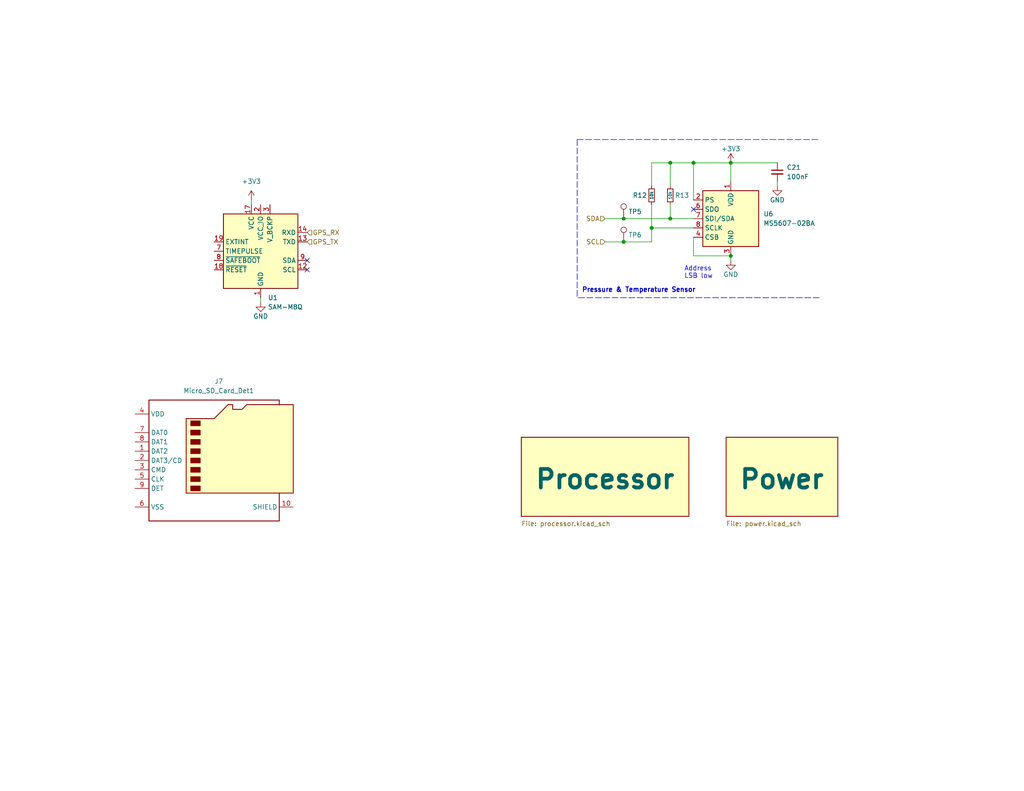
<source format=kicad_sch>
(kicad_sch (version 20230121) (generator eeschema)
  (paper "USLetter")
  (title_block (title "Terminator") (date "2023-07-28") (rev "T1000") (company "BPP"))
  (lib_symbols
    (symbol "Connector:Micro_SD_Card_Det1"
      (property "Reference" "J2" (at 0.635 20.32 0))
      (property "Value" "Micro_SD_Card_Det1" (at 0.635 17.78 0))
      (symbol "Micro_SD_Card_Det1_0_1"
        (rectangle (start -7.62 -6.985) (end -5.08 -8.255) (stroke (width 0.254)) (fill (type outline)))
        (rectangle (start -7.62 -4.445) (end -5.08 -5.715) (stroke (width 0.254)) (fill (type outline)))
        (rectangle (start -7.62 -1.905) (end -5.08 -3.175) (stroke (width 0.254)) (fill (type outline)))
        (rectangle (start -7.62 0.635) (end -5.08 -0.635) (stroke (width 0.254)) (fill (type outline)))
        (rectangle (start -7.62 3.175) (end -5.08 1.905) (stroke (width 0.254)) (fill (type outline)))
        (rectangle (start -7.62 5.715) (end -5.08 4.445) (stroke (width 0.254)) (fill (type outline)))
        (rectangle (start -7.62 8.255) (end -5.08 6.985) (stroke (width 0.254)) (fill (type outline)))
        (rectangle (start -7.62 10.795) (end -5.08 9.525) (stroke (width 0.254)) (fill (type outline)))
        (polyline (pts (xy 16.51 15.24) (xy 16.51 16.51) (xy -19.05 16.51) (xy -19.05 -16.51) (xy 16.51 -16.51) (xy 16.51 -8.89)) (stroke (width 0.254)))
        (polyline (pts (xy -8.89 -8.89) (xy -8.89 11.43) (xy -1.27 11.43) (xy 2.54 15.24) (xy 3.81 15.24) (xy 3.81 13.97) (xy 6.35 13.97) (xy 7.62 15.24) (xy 20.32 15.24) (xy 20.32 -8.89) (xy -8.89 -8.89)) (stroke (width 0.254)) (fill (type background)))
      )
      (symbol "Micro_SD_Card_Det1_1_1"
        (pin bidirectional line (at -22.86 2.54 0) (length 3.81) (name "DAT2") (number "1"))
        (pin passive line (at 20.32 -12.7 180) (length 3.81) (name "SHIELD") (number "10"))
        (pin bidirectional line (at -22.86 0 0) (length 3.81) (name "DAT3/CD") (number "2"))
        (pin input line (at -22.86 -2.54 0) (length 3.81) (name "CMD") (number "3"))
        (pin power_in line (at -22.86 12.7 0) (length 3.81) (name "VDD") (number "4"))
        (pin input line (at -22.86 -5.08 0) (length 3.81) (name "CLK") (number "5"))
        (pin power_in line (at -22.86 -12.7 0) (length 3.81) (name "VSS") (number "6"))
        (pin bidirectional line (at -22.86 7.62 0) (length 3.81) (name "DAT0") (number "7"))
        (pin bidirectional line (at -22.86 5.08 0) (length 3.81) (name "DAT1") (number "8"))
        (pin passive line (at -22.86 -7.62 0) (length 3.81) (name "DET") (number "9"))
      )
    )
    (symbol "Connector:TestPoint" (pin_numbers hide) (pin_names (offset 0.762) hide)
      (property "Reference" "TP" (at 0 6.858 0))
      (property "Value" "TestPoint" (at 0 5.08 0))
      (symbol "TestPoint_0_1"
        (circle (center 0 3.302) (radius 0.762))
      )
      (symbol "TestPoint_1_1"
        (pin passive line (at 0 0 90) (length 2.54) (name "1") (number "1"))
      )
    )
    (symbol "Device:C_Small" (pin_numbers hide) (pin_names (offset 0.254) hide)
      (property "Reference" "C" (at 0.254 1.778 0))
      (property "Value" "C_Small" (at 0.254 -2.032 0))
      (symbol "C_Small_0_1"
        (polyline (pts (xy -1.524 -0.508) (xy 1.524 -0.508)) (stroke (width 0.3302)))
        (polyline (pts (xy -1.524 0.508) (xy 1.524 0.508)) (stroke (width 0.3048)))
      )
      (symbol "C_Small_1_1"
        (pin passive line (at 0 2.54 270) (length 2.032) (name "~") (number "1"))
        (pin passive line (at 0 -2.54 90) (length 2.032) (name "~") (number "2"))
      )
    )
    (symbol "Device:R_Small" (pin_numbers hide) (pin_names (offset 0.254) hide)
      (property "Reference" "R" (at 0.762 0.508 0))
      (property "Value" "R_Small" (at 0.762 -1.016 0))
      (symbol "R_Small_0_1"
        (rectangle (start -0.762 1.778) (end 0.762 -1.778) (stroke (width 0.2032)))
      )
      (symbol "R_Small_1_1"
        (pin passive line (at 0 2.54 270) (length 0.762) (name "~") (number "1"))
        (pin passive line (at 0 -2.54 90) (length 0.762) (name "~") (number "2"))
      )
    )
    (symbol "GND_1" (power) (pin_names (offset 0))
      (property "Value" "GND_1" (at 0 -3.81 0))
      (symbol "GND_1_0_1"
        (polyline (pts (xy 0 0) (xy 0 -1.27) (xy 1.27 -1.27) (xy 0 -2.54) (xy -1.27 -1.27) (xy 0 -1.27)))
      )
      (symbol "GND_1_1_1"
        (pin power_in line (at 0 0 270) (length 0) hide (name "GND") (number "1"))
      )
    )
    (symbol "RF_GPS:SAM-M8Q"
      (property "Reference" "U" (at -8.89 11.43 0))
      (property "Value" "SAM-M8Q" (at 8.89 11.43 0))
      (symbol "SAM-M8Q_0_1"
        (rectangle (start -10.16 10.16) (end 10.16 -10.16) (stroke (width 0.254)) (fill (type background)))
      )
      (symbol "SAM-M8Q_1_1"
        (pin power_in line (at 0 -12.7 90) (length 2.54) (name "GND") (number "1"))
        (pin passive line (at 0 -12.7 90) (length 2.54) hide (name "GND") (number "10"))
        (pin passive line (at 0 -12.7 90) (length 2.54) hide (name "GND") (number "11"))
        (pin input line (at 12.7 -5.08 180) (length 2.54) (name "SCL") (number "12"))
        (pin output line (at 12.7 2.54 180) (length 2.54) (name "TXD") (number "13"))
        (pin input line (at 12.7 5.08 180) (length 2.54) (name "RXD") (number "14"))
        (pin passive line (at 0 -12.7 90) (length 2.54) hide (name "GND") (number "15"))
        (pin passive line (at 0 -12.7 90) (length 2.54) hide (name "GND") (number "16"))
        (pin power_in line (at -2.54 12.7 270) (length 2.54) (name "VCC") (number "17"))
        (pin input line (at -12.7 -5.08 0) (length 2.54) (name "~{RESET}") (number "18"))
        (pin input line (at -12.7 2.54 0) (length 2.54) (name "EXTINT") (number "19"))
        (pin power_in line (at 0 12.7 270) (length 2.54) (name "VCC_IO") (number "2"))
        (pin passive line (at 0 -12.7 90) (length 2.54) hide (name "GND") (number "20"))
        (pin power_in line (at 2.54 12.7 270) (length 2.54) (name "V_BCKP") (number "3"))
        (pin passive line (at 0 -12.7 90) (length 2.54) hide (name "GND") (number "4"))
        (pin passive line (at 0 -12.7 90) (length 2.54) hide (name "GND") (number "5"))
        (pin passive line (at 0 -12.7 90) (length 2.54) hide (name "GND") (number "6"))
        (pin output line (at -12.7 0 0) (length 2.54) (name "TIMEPULSE") (number "7"))
        (pin input line (at -12.7 -2.54 0) (length 2.54) (name "~{SAFEBOOT}") (number "8"))
        (pin bidirectional line (at 12.7 -2.54 180) (length 2.54) (name "SDA") (number "9"))
      )
    )
    (symbol "Sensor_Pressure:MS5607-02BA"
      (property "Reference" "U" (at -6.35 8.89 0))
      (property "Value" "MS5607-02BA" (at 7.62 8.89 0))
      (symbol "MS5607-02BA_0_1"
        (rectangle (start -7.62 7.62) (end 7.62 -7.62) (stroke (width 0.254)) (fill (type background)))
      )
      (symbol "MS5607-02BA_1_1"
        (pin power_in line (at 0 10.16 270) (length 2.54) (name "VDD") (number "1"))
        (pin input line (at -10.16 5.08 0) (length 2.54) (name "PS") (number "2"))
        (pin power_in line (at 0 -10.16 90) (length 2.54) (name "GND") (number "3"))
        (pin input line (at -10.16 -5.08 0) (length 2.54) (name "CSB") (number "4"))
        (pin input line (at -10.16 -5.08 0) (length 2.54) hide (name "CSB") (number "5"))
        (pin output line (at -10.16 2.54 0) (length 2.54) (name "SDO") (number "6"))
        (pin bidirectional line (at -10.16 0 0) (length 2.54) (name "SDI/SDA") (number "7"))
        (pin input line (at -10.16 -2.54 0) (length 2.54) (name "SCLK") (number "8"))
      )
    )
    (symbol "power:+3V3" (power) (pin_names (offset 0))
      (property "Value" "+3V3" (at 0 3.556 0))
      (symbol "+3V3_0_1"
        (polyline (pts (xy -0.762 1.27) (xy 0 2.54)))
        (polyline (pts (xy 0 0) (xy 0 2.54)))
        (polyline (pts (xy 0 2.54) (xy 0.762 1.27)))
      )
      (symbol "+3V3_1_1"
        (pin power_in line (at 0 0 90) (length 0) hide (name "+3V3") (number "1"))
      )
    )
    (symbol "power:GND" (power) (pin_names (offset 0))
      (property "Value" "GND" (at 0 -3.81 0))
      (symbol "GND_0_1"
        (polyline (pts (xy 0 0) (xy 0 -1.27) (xy 1.27 -1.27) (xy 0 -2.54) (xy -1.27 -1.27) (xy 0 -1.27)))
      )
      (symbol "GND_1_1"
        (pin power_in line (at 0 0 270) (length 0) hide (name "GND") (number "1"))
      )
    )
  )
  (junction (at 189.23 44.45))
  (junction (at 182.88 59.69))
  (junction (at 199.39 69.85))
  (junction (at 182.88 44.45))
  (junction (at 199.39 44.45))
  (junction (at 170.18 59.69))
  (junction (at 177.8 62.23))
  (junction (at 170.18 66.04))
  (no_connect (at 83.82 73.66))
  (no_connect (at 83.82 71.12))
  (no_connect (at 189.23 57.15))
  (wire (pts (xy 177.8 66.04) (xy 177.8 62.23)))
  (polyline (pts (xy 157.48 38.1) (xy 223.52 38.1)) (stroke (width 0) (type dash)))
  (wire (pts (xy 170.18 66.04) (xy 177.8 66.04)))
  (wire (pts (xy 71.12 81.28) (xy 71.12 82.55)))
  (wire (pts (xy 177.8 55.88) (xy 177.8 62.23)))
  (polyline (pts (xy 157.48 38.1) (xy 157.48 81.28)) (stroke (width 0) (type dash)))
  (wire (pts (xy 199.39 44.45) (xy 212.09 44.45)))
  (wire (pts (xy 182.88 55.88) (xy 182.88 59.69)))
  (wire (pts (xy 199.39 44.45) (xy 199.39 49.53)))
  (wire (pts (xy 189.23 69.85) (xy 199.39 69.85)))
  (wire (pts (xy 189.23 44.45) (xy 199.39 44.45)))
  (wire (pts (xy 165.1 66.04) (xy 170.18 66.04)))
  (wire (pts (xy 182.88 44.45) (xy 189.23 44.45)))
  (wire (pts (xy 182.88 59.69) (xy 189.23 59.69)))
  (polyline (pts (xy 223.52 81.28) (xy 157.48 81.28)) (stroke (width 0) (type dash)))
  (wire (pts (xy 177.8 50.8) (xy 177.8 44.45)))
  (wire (pts (xy 182.88 50.8) (xy 182.88 44.45)))
  (wire (pts (xy 189.23 54.61) (xy 189.23 44.45)))
  (wire (pts (xy 177.8 44.45) (xy 182.88 44.45)))
  (wire (pts (xy 189.23 64.77) (xy 189.23 69.85)))
  (wire (pts (xy 177.8 62.23) (xy 189.23 62.23)))
  (wire (pts (xy 68.58 54.61) (xy 68.58 55.88)))
  (wire (pts (xy 212.09 49.53) (xy 212.09 50.8)))
  (wire (pts (xy 170.18 59.69) (xy 182.88 59.69)))
  (wire (pts (xy 199.39 69.85) (xy 199.39 71.12)))
  (wire (pts (xy 165.1 59.69) (xy 170.18 59.69)))
  (text "Address \nLSB low" (at 186.69 76.2 0) (effects (font (size 1.27 1.27)) (justify left bottom)))
  (text "Pressure & Temperature Sensor" (at 158.75 80.01 0) (effects (font (size 1.27 1.27) (thickness 0.254) bold) (justify left bottom)))
  (hierarchical_label "GPS_TX" (shape input) (at 83.82 66.04 0))
  (hierarchical_label "SCL" (shape input) (at 165.1 66.04 180))
  (hierarchical_label "SDA" (shape input) (at 165.1 59.69 180))
  (hierarchical_label "GPS_RX" (shape input) (at 83.82 63.5 0))
  (symbol (lib_id "power:+3V3") (at 199.39 44.45 0) (unit 1)
    (property "Reference" "#PWR029" (effects hide))
    (property "Value" "+3V3" (at 199.39 40.64 0))
  )
  (symbol (lib_name "GND_1") (lib_id "power:GND") (at 71.12 82.55 0) (unit 1)
    (property "Reference" "#PWR032" (effects hide))
    (property "Value" "GND" (at 71.12 86.36 0))
  )
  (symbol (lib_id "RF_GPS:SAM-M8Q") (at 71.12 68.58 0) (unit 1)
    (property "Reference" "U1" (at 73.0759 81.28 0) (effects (justify left)))
    (property "Value" "SAM-M8Q" (at 73.0759 83.82 0) (effects (justify left)))
    (property "Footprint" "RF_GPS:ublox_SAM-M8Q" (effects hide))
    (property "Datasheet" "https://www.u-blox.com/sites/default/files/SAM-M8Q_DataSheet_%28UBX-16012619%29.pdf" (effects hide))
  )
  (symbol (lib_id "Device:R_Small") (at 182.88 53.34 0) (unit 1)
    (property "Reference" "R13" (at 184.15 53.34 0) (effects (justify left)))
    (property "Value" "10k" (at 182.88 53.34 90) (effects (font (size 0.8 0.8))))
    (property "Footprint" "Resistor_SMD:R_0603_1608Metric_Pad0.98x0.95mm_HandSolder" (effects hide))
  )
  (symbol (lib_id "power:+3V3") (at 68.58 54.61 0) (unit 1)
    (property "Reference" "#PWR028" (effects hide))
    (property "Value" "+3V3" (at 68.58 49.53 0))
  )
  (symbol (lib_id "Sensor_Pressure:MS5607-02BA") (at 199.39 59.69 0) (unit 1)
    (property "Reference" "U6" (at 208.28 58.4199 0) (effects (justify left)))
    (property "Value" "MS5607-02BA" (at 208.28 60.9599 0) (effects (justify left)))
    (property "Footprint" "Package_LGA:LGA-8_3x5mm_P1.25mm" (effects hide))
    (property "Datasheet" "https://www.te.com/commerce/DocumentDelivery/DDEController?Action=showdoc&DocId=Data+Sheet%7FMS5607-02BA03%7FB2%7Fpdf%7FEnglish%7FENG_DS_MS5607-02BA03_B2.pdf%7FCAT-BLPS0035" (effects hide))
  )
  (symbol (lib_id "Connector:TestPoint") (at 170.18 59.69 0) (unit 1)
    (property "Reference" "TP5" (at 171.45 57.785 0) (effects (justify left)))
    (property "Value" "TestPoint" (effects hide))
    (property "Footprint" "TestPoint:TestPoint_Pad_D1.0mm" (effects hide))
  )
  (symbol (lib_id "power:GND") (at 199.39 71.12 0) (unit 1)
    (property "Reference" "#PWR030" (effects hide))
    (property "Value" "GND" (at 199.39 74.93 0))
  )
  (symbol (lib_id "Device:R_Small") (at 177.8 53.34 0) (unit 1)
    (property "Reference" "R12" (at 176.53 53.34 0) (effects (justify right)))
    (property "Value" "10k" (at 177.8 53.34 90) (effects (font (size 0.8 0.8))))
    (property "Footprint" "Resistor_SMD:R_0603_1608Metric_Pad0.98x0.95mm_HandSolder" (effects hide))
  )
  (symbol (lib_id "power:GND") (at 212.09 50.8 0) (unit 1)
    (property "Reference" "#PWR031" (effects hide))
    (property "Value" "GND" (at 212.09 54.61 0))
  )
  (symbol (lib_id "Device:C_Small") (at 212.09 46.99 0) (unit 1)
    (property "Reference" "C21" (at 214.63 45.7262 0) (effects (justify left)))
    (property "Value" "100nF" (at 214.63 48.2662 0) (effects (justify left)))
    (property "Footprint" "Capacitor_SMD:C_0603_1608Metric_Pad1.08x0.95mm_HandSolder" (effects hide))
  )
  (symbol (lib_id "Connector:Micro_SD_Card_Det1") (at 59.69 125.73 0) (unit 1)
    (property "Reference" "J7" (at 59.69 104.14 0))
    (property "Value" "Micro_SD_Card_Det1" (at 59.69 106.68 0))
    (property "Datasheet" "https://datasheet.lcsc.com/lcsc/2110151630_XKB-Connectivity-XKTF-015-N_C381082.pdf" (effects hide))
  )
  (symbol (lib_id "Connector:TestPoint") (at 170.18 66.04 0) (unit 1)
    (property "Reference" "TP6" (at 171.45 64.135 0) (effects (justify left)))
    (property "Value" "TestPoint" (effects hide))
    (property "Footprint" "TestPoint:TestPoint_Pad_D1.0mm" (effects hide))
  )
  (sheet (at 142.24 119.38) (size 45.72 21.59) (stroke (width 0.254)) (fill (color 255 255 194 1.0000))
    (property "Sheetname" "Processor" (at 165.1 130.81 0) (effects (font (size 5.08 5.08) bold)))
    (property "Sheetfile" "processor.kicad_sch" (at 142.24 142.24 0) (effects (justify left top)))
  )
  (sheet (at 198.12 119.38) (size 30.48 21.59) (stroke (width 0.254)) (fill (color 255 255 194 1.0000))
    (property "Sheetname" "Power" (at 213.36 130.81 0) (effects (font (size 5.08 5.08) bold)))
    (property "Sheetfile" "power.kicad_sch" (at 198.12 142.24 0) (effects (justify left top)))
  )
)
</source>
